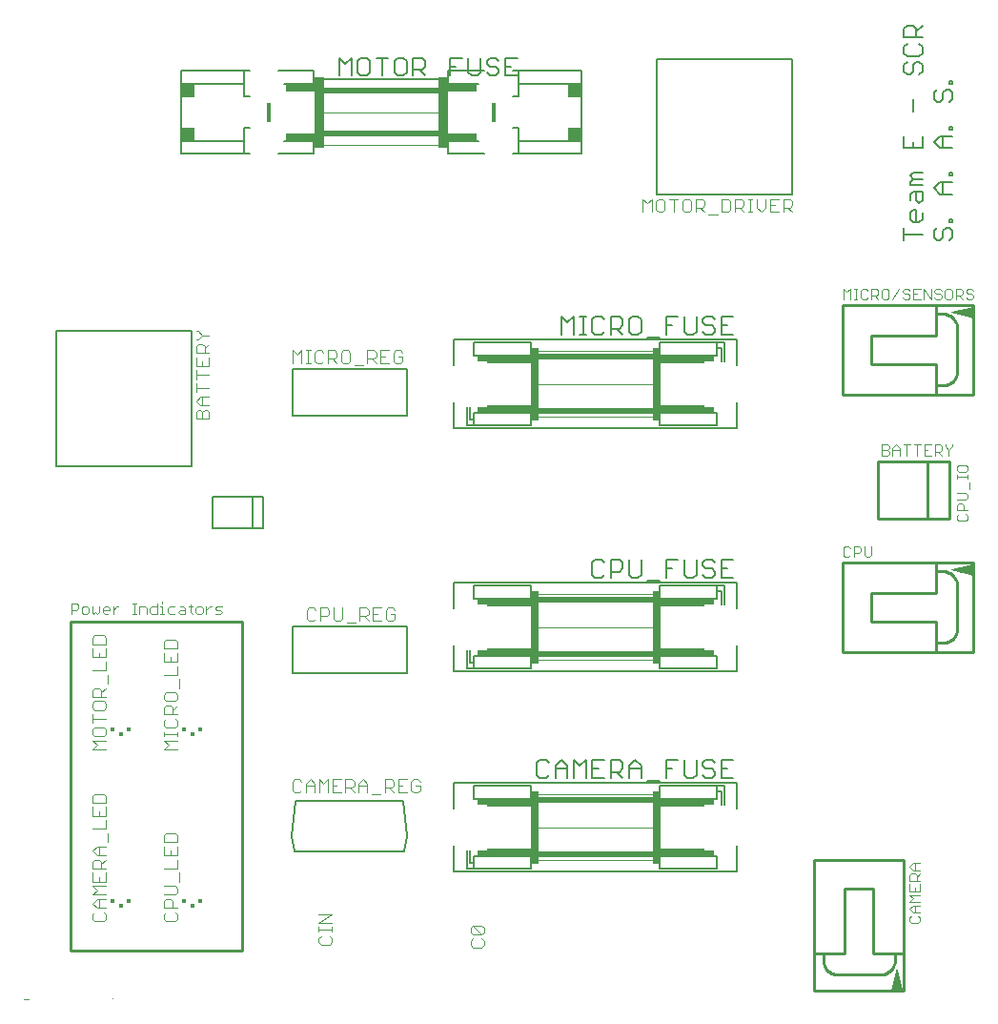
<source format=gto>
G75*
%MOIN*%
%OFA0B0*%
%FSLAX24Y24*%
%IPPOS*%
%LPD*%
%AMOC8*
5,1,8,0,0,1.08239X$1,22.5*
%
%ADD10C,0.0100*%
%ADD11C,0.0030*%
%ADD12R,0.0015X0.0003*%
%ADD13R,0.0013X0.0003*%
%ADD14R,0.0010X0.0003*%
%ADD15C,0.0000*%
%ADD16C,0.0060*%
%ADD17C,0.0040*%
%ADD18C,0.0020*%
%ADD19R,0.0128X0.0167*%
%ADD20R,0.0138X0.0138*%
%ADD21C,0.0050*%
%ADD22C,0.0070*%
%ADD23R,0.0450X0.0450*%
%ADD24R,0.1100X0.0250*%
%ADD25R,0.4000X0.0200*%
%ADD26R,0.0150X0.0700*%
%ADD27R,0.0350X0.2500*%
%ADD28R,0.0250X0.0450*%
%ADD29R,0.0250X0.1600*%
%ADD30R,0.1550X0.0050*%
%ADD31R,0.1900X0.0200*%
D10*
X001938Y002023D02*
X007938Y002023D01*
X007938Y013523D01*
X001938Y013523D01*
X001938Y002023D01*
X027947Y001925D02*
X027947Y000612D01*
X031073Y000612D01*
X031073Y001925D01*
X031073Y005175D01*
X027947Y005175D01*
X027947Y001925D01*
X028260Y001925D01*
X028260Y001675D01*
X028260Y001925D02*
X029010Y001925D01*
X029010Y004175D01*
X030010Y004175D01*
X030010Y001925D01*
X030760Y001925D01*
X030760Y001675D01*
X030760Y001925D02*
X031073Y001925D01*
X030760Y001675D02*
X030758Y001631D01*
X030752Y001588D01*
X030743Y001546D01*
X030730Y001504D01*
X030713Y001464D01*
X030693Y001425D01*
X030670Y001388D01*
X030643Y001354D01*
X030614Y001321D01*
X030581Y001292D01*
X030547Y001265D01*
X030510Y001242D01*
X030471Y001222D01*
X030431Y001205D01*
X030389Y001192D01*
X030347Y001183D01*
X030304Y001177D01*
X030260Y001175D01*
X028760Y001175D01*
X028716Y001177D01*
X028673Y001183D01*
X028631Y001192D01*
X028589Y001205D01*
X028549Y001222D01*
X028510Y001242D01*
X028473Y001265D01*
X028439Y001292D01*
X028406Y001321D01*
X028377Y001354D01*
X028350Y001388D01*
X028327Y001425D01*
X028307Y001464D01*
X028290Y001504D01*
X028277Y001546D01*
X028268Y001588D01*
X028262Y001631D01*
X028260Y001675D01*
X028938Y012460D02*
X032188Y012460D01*
X033500Y012460D01*
X033500Y015585D01*
X032188Y015585D01*
X028938Y015585D01*
X028938Y012460D01*
X029938Y013523D02*
X032188Y013523D01*
X032188Y012773D01*
X032438Y012773D01*
X032188Y012773D02*
X032188Y012460D01*
X032438Y012773D02*
X032482Y012775D01*
X032525Y012781D01*
X032567Y012790D01*
X032609Y012803D01*
X032649Y012820D01*
X032688Y012840D01*
X032725Y012863D01*
X032759Y012890D01*
X032792Y012919D01*
X032821Y012952D01*
X032848Y012986D01*
X032871Y013023D01*
X032891Y013062D01*
X032908Y013102D01*
X032921Y013144D01*
X032930Y013186D01*
X032936Y013229D01*
X032938Y013273D01*
X032938Y014773D01*
X032936Y014817D01*
X032930Y014860D01*
X032921Y014902D01*
X032908Y014944D01*
X032891Y014984D01*
X032871Y015023D01*
X032848Y015060D01*
X032821Y015094D01*
X032792Y015127D01*
X032759Y015156D01*
X032725Y015183D01*
X032688Y015206D01*
X032649Y015226D01*
X032609Y015243D01*
X032567Y015256D01*
X032525Y015265D01*
X032482Y015271D01*
X032438Y015273D01*
X032188Y015273D01*
X032188Y014523D01*
X029938Y014523D01*
X029938Y013523D01*
X032188Y015273D02*
X032188Y015585D01*
X031913Y017103D02*
X031913Y019103D01*
X032663Y019103D01*
X032663Y017103D01*
X031913Y017103D01*
X030163Y017103D01*
X030163Y019103D01*
X031913Y019103D01*
X032188Y021460D02*
X028938Y021460D01*
X028938Y024585D01*
X032188Y024585D01*
X032188Y024273D01*
X032438Y024273D01*
X032188Y024273D02*
X032188Y023523D01*
X029938Y023523D01*
X029938Y022523D01*
X032188Y022523D01*
X032188Y021773D01*
X032438Y021773D01*
X032188Y021773D02*
X032188Y021460D01*
X033500Y021460D01*
X033500Y024585D01*
X032188Y024585D01*
X032438Y024273D02*
X032482Y024271D01*
X032525Y024265D01*
X032567Y024256D01*
X032609Y024243D01*
X032649Y024226D01*
X032688Y024206D01*
X032725Y024183D01*
X032759Y024156D01*
X032792Y024127D01*
X032821Y024094D01*
X032848Y024060D01*
X032871Y024023D01*
X032891Y023984D01*
X032908Y023944D01*
X032921Y023902D01*
X032930Y023860D01*
X032936Y023817D01*
X032938Y023773D01*
X032938Y022273D01*
X032936Y022229D01*
X032930Y022186D01*
X032921Y022144D01*
X032908Y022102D01*
X032891Y022062D01*
X032871Y022023D01*
X032848Y021986D01*
X032821Y021952D01*
X032792Y021919D01*
X032759Y021890D01*
X032725Y021863D01*
X032688Y021840D01*
X032649Y021820D01*
X032609Y021803D01*
X032567Y021790D01*
X032525Y021781D01*
X032482Y021775D01*
X032438Y021773D01*
D11*
X032525Y019698D02*
X032525Y019636D01*
X032648Y019513D01*
X032648Y019328D01*
X032648Y019513D02*
X032772Y019636D01*
X032772Y019698D01*
X032403Y019636D02*
X032403Y019513D01*
X032342Y019451D01*
X032157Y019451D01*
X032280Y019451D02*
X032403Y019328D01*
X032157Y019328D02*
X032157Y019698D01*
X032342Y019698D01*
X032403Y019636D01*
X032035Y019698D02*
X031788Y019698D01*
X031788Y019328D01*
X032035Y019328D01*
X031912Y019513D02*
X031788Y019513D01*
X031667Y019698D02*
X031420Y019698D01*
X031299Y019698D02*
X031052Y019698D01*
X031175Y019698D02*
X031175Y019328D01*
X030930Y019328D02*
X030930Y019574D01*
X030807Y019698D01*
X030683Y019574D01*
X030683Y019328D01*
X030562Y019389D02*
X030500Y019328D01*
X030315Y019328D01*
X030315Y019698D01*
X030500Y019698D01*
X030562Y019636D01*
X030562Y019574D01*
X030500Y019513D01*
X030315Y019513D01*
X030500Y019513D02*
X030562Y019451D01*
X030562Y019389D01*
X030683Y019513D02*
X030930Y019513D01*
X031543Y019328D02*
X031543Y019698D01*
X007233Y014034D02*
X007048Y014034D01*
X006986Y013973D01*
X007048Y013911D01*
X007171Y013911D01*
X007233Y013849D01*
X007171Y013788D01*
X006986Y013788D01*
X006864Y014034D02*
X006803Y014034D01*
X006679Y013911D01*
X006679Y013788D02*
X006679Y014034D01*
X006558Y013973D02*
X006496Y014034D01*
X006373Y014034D01*
X006311Y013973D01*
X006311Y013849D01*
X006373Y013788D01*
X006496Y013788D01*
X006558Y013849D01*
X006558Y013973D01*
X006189Y014034D02*
X006065Y014034D01*
X006127Y014096D02*
X006127Y013849D01*
X006189Y013788D01*
X005944Y013788D02*
X005759Y013788D01*
X005697Y013849D01*
X005759Y013911D01*
X005944Y013911D01*
X005944Y013973D02*
X005944Y013788D01*
X005944Y013973D02*
X005882Y014034D01*
X005759Y014034D01*
X005576Y014034D02*
X005390Y014034D01*
X005329Y013973D01*
X005329Y013849D01*
X005390Y013788D01*
X005576Y013788D01*
X005207Y013788D02*
X005083Y013788D01*
X005145Y013788D02*
X005145Y014034D01*
X005083Y014034D01*
X004962Y014034D02*
X004777Y014034D01*
X004715Y013973D01*
X004715Y013849D01*
X004777Y013788D01*
X004962Y013788D01*
X004962Y014158D01*
X005145Y014158D02*
X005145Y014220D01*
X004593Y013973D02*
X004593Y013788D01*
X004593Y013973D02*
X004532Y014034D01*
X004347Y014034D01*
X004347Y013788D01*
X004224Y013788D02*
X004101Y013788D01*
X004163Y013788D02*
X004163Y014158D01*
X004224Y014158D02*
X004101Y014158D01*
X003611Y014034D02*
X003549Y014034D01*
X003426Y013911D01*
X003304Y013911D02*
X003057Y013911D01*
X003057Y013973D02*
X003119Y014034D01*
X003243Y014034D01*
X003304Y013973D01*
X003304Y013911D01*
X003243Y013788D02*
X003119Y013788D01*
X003057Y013849D01*
X003057Y013973D01*
X002936Y014034D02*
X002936Y013849D01*
X002874Y013788D01*
X002813Y013849D01*
X002751Y013788D01*
X002689Y013849D01*
X002689Y014034D01*
X002568Y013973D02*
X002506Y014034D01*
X002383Y014034D01*
X002321Y013973D01*
X002321Y013849D01*
X002383Y013788D01*
X002506Y013788D01*
X002568Y013849D01*
X002568Y013973D01*
X002199Y013973D02*
X002138Y013911D01*
X001953Y013911D01*
X001953Y013788D02*
X001953Y014158D01*
X002138Y014158D01*
X002199Y014096D01*
X002199Y013973D01*
X003426Y014034D02*
X003426Y013788D01*
D12*
X003424Y000320D03*
X003424Y000318D03*
X003424Y000315D03*
X003424Y000313D03*
D13*
X003423Y000323D03*
D14*
X003424Y000325D03*
D15*
X000303Y000305D02*
X000300Y000300D01*
X000305Y000301D02*
X000305Y000300D01*
X000307Y000300D01*
X000308Y000301D01*
X000308Y000305D01*
X000310Y000303D02*
X000313Y000303D01*
X000314Y000303D02*
X000315Y000303D01*
X000316Y000303D01*
X000317Y000303D01*
X000317Y000302D01*
X000314Y000302D01*
X000314Y000301D02*
X000314Y000303D01*
X000314Y000301D02*
X000315Y000300D01*
X000316Y000300D01*
X000318Y000300D02*
X000318Y000303D01*
X000318Y000302D02*
X000320Y000303D01*
X000321Y000303D01*
X000322Y000303D02*
X000323Y000303D01*
X000326Y000303D01*
X000325Y000302D02*
X000323Y000302D01*
X000322Y000303D01*
X000322Y000300D02*
X000325Y000300D01*
X000326Y000301D01*
X000325Y000302D01*
X000327Y000300D02*
X000330Y000305D01*
X000332Y000303D02*
X000334Y000303D01*
X000335Y000303D01*
X000335Y000300D01*
X000332Y000300D01*
X000331Y000301D01*
X000332Y000302D01*
X000335Y000302D01*
X000336Y000300D02*
X000338Y000300D01*
X000337Y000300D02*
X000337Y000305D01*
X000336Y000305D01*
X000339Y000303D02*
X000340Y000303D01*
X000342Y000303D01*
X000342Y000303D01*
X000342Y000302D01*
X000339Y000302D01*
X000339Y000301D02*
X000339Y000303D01*
X000339Y000301D02*
X000340Y000300D01*
X000342Y000300D01*
X000344Y000300D02*
X000347Y000303D01*
X000344Y000303D02*
X000347Y000300D01*
X000348Y000300D02*
X000352Y000305D01*
X000353Y000305D02*
X000355Y000305D01*
X000356Y000304D01*
X000356Y000301D01*
X000355Y000300D01*
X000353Y000300D01*
X000353Y000305D01*
X000358Y000303D02*
X000358Y000303D01*
X000360Y000303D01*
X000361Y000303D01*
X000361Y000302D01*
X000358Y000302D01*
X000358Y000301D02*
X000358Y000303D01*
X000358Y000301D02*
X000358Y000300D01*
X000360Y000300D01*
X000362Y000300D02*
X000365Y000300D01*
X000365Y000301D01*
X000365Y000302D01*
X000363Y000302D01*
X000362Y000303D01*
X000363Y000303D01*
X000365Y000303D01*
X000367Y000302D02*
X000369Y000303D01*
X000371Y000303D02*
X000372Y000303D01*
X000371Y000304D02*
X000371Y000301D01*
X000372Y000300D01*
X000374Y000301D02*
X000374Y000300D01*
X000376Y000300D01*
X000377Y000301D01*
X000377Y000303D01*
X000376Y000303D01*
X000374Y000303D01*
X000374Y000303D01*
X000374Y000301D01*
X000378Y000300D02*
X000381Y000300D01*
X000382Y000301D01*
X000382Y000303D01*
X000381Y000303D01*
X000378Y000303D01*
X000378Y000298D01*
X000383Y000300D02*
X000386Y000305D01*
X000387Y000305D02*
X000391Y000305D01*
X000389Y000305D02*
X000389Y000300D01*
X000392Y000301D02*
X000392Y000303D01*
X000393Y000303D01*
X000395Y000303D01*
X000395Y000303D01*
X000395Y000302D01*
X000392Y000302D01*
X000392Y000301D02*
X000393Y000300D01*
X000395Y000300D01*
X000397Y000301D02*
X000398Y000302D01*
X000400Y000302D01*
X000400Y000303D02*
X000400Y000300D01*
X000398Y000300D01*
X000397Y000301D01*
X000398Y000303D02*
X000399Y000303D01*
X000400Y000303D01*
X000401Y000303D02*
X000402Y000303D01*
X000403Y000303D01*
X000404Y000303D01*
X000405Y000303D01*
X000405Y000300D01*
X000406Y000300D02*
X000409Y000300D01*
X000410Y000299D02*
X000414Y000299D01*
X000417Y000300D02*
X000417Y000305D01*
X000418Y000305D02*
X000415Y000305D01*
X000421Y000303D02*
X000422Y000303D01*
X000423Y000303D01*
X000423Y000300D01*
X000421Y000300D01*
X000420Y000301D01*
X000421Y000302D01*
X000423Y000302D01*
X000424Y000303D02*
X000425Y000303D01*
X000428Y000303D01*
X000429Y000302D02*
X000431Y000303D01*
X000433Y000303D02*
X000434Y000305D01*
X000434Y000300D01*
X000433Y000300D02*
X000436Y000300D01*
X000437Y000301D02*
X000441Y000304D01*
X000441Y000301D01*
X000440Y000300D01*
X000438Y000300D01*
X000437Y000301D01*
X000437Y000304D01*
X000438Y000305D01*
X000440Y000305D01*
X000441Y000304D01*
X000442Y000300D02*
X000445Y000305D01*
X000447Y000303D02*
X000449Y000303D01*
X000450Y000303D01*
X000450Y000302D01*
X000447Y000302D01*
X000447Y000303D02*
X000447Y000303D01*
X000447Y000301D01*
X000447Y000300D01*
X000449Y000300D01*
X000451Y000300D02*
X000451Y000303D01*
X000452Y000303D01*
X000453Y000303D01*
X000454Y000303D01*
X000454Y000303D01*
X000454Y000300D01*
X000453Y000300D02*
X000453Y000303D01*
X000456Y000303D02*
X000456Y000301D01*
X000457Y000300D01*
X000459Y000300D01*
X000459Y000303D01*
X000460Y000301D02*
X000461Y000301D01*
X000461Y000300D01*
X000460Y000300D01*
X000460Y000301D01*
X000463Y000300D02*
X000465Y000300D01*
X000466Y000301D01*
X000466Y000303D01*
X000465Y000303D01*
X000463Y000303D01*
X000463Y000305D02*
X000463Y000300D01*
X000467Y000300D02*
X000467Y000303D01*
X000468Y000303D01*
X000469Y000303D01*
X000470Y000303D01*
X000471Y000303D01*
X000471Y000300D01*
X000472Y000300D02*
X000474Y000300D01*
X000475Y000301D01*
X000475Y000303D01*
X000474Y000303D01*
X000472Y000303D01*
X000472Y000298D01*
X000469Y000300D02*
X000469Y000303D01*
X000431Y000300D02*
X000429Y000302D01*
X000428Y000301D02*
X000427Y000302D01*
X000425Y000302D01*
X000424Y000303D01*
X000424Y000300D02*
X000427Y000300D01*
X000428Y000301D01*
X000429Y000300D02*
X000429Y000305D01*
X000409Y000305D02*
X000406Y000305D01*
X000406Y000300D01*
X000406Y000303D02*
X000408Y000303D01*
X000403Y000303D02*
X000403Y000300D01*
X000401Y000300D02*
X000401Y000303D01*
X000369Y000300D02*
X000367Y000302D01*
X000367Y000300D02*
X000367Y000305D01*
X000313Y000301D02*
X000312Y000302D01*
X000310Y000302D01*
X000309Y000303D01*
X000310Y000303D01*
X000309Y000300D02*
X000312Y000300D01*
X000313Y000301D01*
X000305Y000305D02*
X000305Y000301D01*
D16*
X015350Y004763D02*
X015350Y005663D01*
X015800Y005513D02*
X015800Y004863D01*
X016050Y004863D01*
X018050Y004863D01*
X018050Y005313D01*
X016050Y005313D01*
X016050Y005063D01*
X015900Y005063D01*
X015900Y005513D01*
X016050Y005063D02*
X016050Y004863D01*
X015350Y004763D02*
X025250Y004763D01*
X025250Y005663D01*
X024550Y005313D02*
X024550Y004863D01*
X022550Y004863D01*
X022550Y005313D01*
X024550Y005313D01*
X025250Y006963D02*
X025250Y007863D01*
X015350Y007863D01*
X015350Y006963D01*
X016050Y007313D02*
X016050Y007763D01*
X018050Y007763D01*
X018050Y007313D01*
X016050Y007313D01*
X015350Y011763D02*
X015350Y012663D01*
X015800Y012513D02*
X015800Y011863D01*
X016050Y011863D01*
X018050Y011863D01*
X018050Y012313D01*
X016050Y012313D01*
X016050Y012063D01*
X015900Y012063D01*
X015900Y012513D01*
X016050Y012063D02*
X016050Y011863D01*
X015350Y011763D02*
X025250Y011763D01*
X025250Y012663D01*
X024550Y012313D02*
X024550Y011863D01*
X022550Y011863D01*
X022550Y012313D01*
X024550Y012313D01*
X025250Y013963D02*
X025250Y014863D01*
X015350Y014863D01*
X015350Y013963D01*
X016050Y014313D02*
X016050Y014763D01*
X018050Y014763D01*
X018050Y014313D01*
X016050Y014313D01*
X015350Y020263D02*
X015350Y021163D01*
X015800Y021013D02*
X015800Y020363D01*
X016050Y020363D01*
X018050Y020363D01*
X018050Y020813D01*
X016050Y020813D01*
X016050Y020563D01*
X015900Y020563D01*
X015900Y021013D01*
X016050Y020563D02*
X016050Y020363D01*
X015350Y020263D02*
X025250Y020263D01*
X025250Y021163D01*
X024550Y020813D02*
X024550Y020363D01*
X022550Y020363D01*
X022550Y020813D01*
X024550Y020813D01*
X025250Y022463D02*
X025250Y023363D01*
X015350Y023363D01*
X015350Y022463D01*
X016050Y022813D02*
X016050Y023263D01*
X018050Y023263D01*
X018050Y022813D01*
X016050Y022813D01*
X022550Y022813D02*
X022550Y023263D01*
X024550Y023263D01*
X024800Y023263D01*
X024800Y022613D01*
X024700Y022613D02*
X024700Y023063D01*
X024550Y023063D01*
X024550Y022813D01*
X022550Y022813D01*
X024550Y023063D02*
X024550Y023263D01*
X031079Y026843D02*
X031079Y027270D01*
X031079Y027056D02*
X031720Y027056D01*
X032129Y026949D02*
X032236Y026843D01*
X032343Y026843D01*
X032450Y026949D01*
X032450Y027163D01*
X032556Y027270D01*
X032663Y027270D01*
X032770Y027163D01*
X032770Y026949D01*
X032663Y026843D01*
X032129Y026949D02*
X032129Y027163D01*
X032236Y027270D01*
X032663Y027487D02*
X032663Y027594D01*
X032770Y027594D01*
X032770Y027487D01*
X032663Y027487D01*
X031720Y027594D02*
X031613Y027487D01*
X031400Y027487D01*
X031293Y027594D01*
X031293Y027807D01*
X031400Y027914D01*
X031506Y027914D01*
X031506Y027487D01*
X031720Y027594D02*
X031720Y027807D01*
X031613Y028132D02*
X031506Y028238D01*
X031506Y028559D01*
X031400Y028559D02*
X031720Y028559D01*
X031720Y028238D01*
X031613Y028132D01*
X031293Y028238D02*
X031293Y028452D01*
X031400Y028559D01*
X031293Y028776D02*
X031293Y028883D01*
X031400Y028990D01*
X031293Y029096D01*
X031400Y029203D01*
X031720Y029203D01*
X031720Y028990D02*
X031400Y028990D01*
X031293Y028776D02*
X031720Y028776D01*
X032129Y028667D02*
X032343Y028881D01*
X032770Y028881D01*
X032770Y029098D02*
X032663Y029098D01*
X032663Y029205D01*
X032770Y029205D01*
X032770Y029098D01*
X032450Y028881D02*
X032450Y028454D01*
X032343Y028454D02*
X032129Y028667D01*
X032343Y028454D02*
X032770Y028454D01*
X032770Y030065D02*
X032343Y030065D01*
X032129Y030279D01*
X032343Y030492D01*
X032770Y030492D01*
X032770Y030710D02*
X032663Y030710D01*
X032663Y030817D01*
X032770Y030817D01*
X032770Y030710D01*
X032450Y030492D02*
X032450Y030065D01*
X031720Y030065D02*
X031720Y030492D01*
X031400Y030279D02*
X031400Y030065D01*
X031720Y030065D02*
X031079Y030065D01*
X031079Y030492D01*
X031400Y031354D02*
X031400Y031781D01*
X032129Y031783D02*
X032236Y031677D01*
X032343Y031677D01*
X032450Y031783D01*
X032450Y031997D01*
X032556Y032104D01*
X032663Y032104D01*
X032770Y031997D01*
X032770Y031783D01*
X032663Y031677D01*
X032129Y031783D02*
X032129Y031997D01*
X032236Y032104D01*
X032663Y032321D02*
X032663Y032428D01*
X032770Y032428D01*
X032770Y032321D01*
X032663Y032321D01*
X031720Y032750D02*
X031613Y032643D01*
X031720Y032750D02*
X031720Y032964D01*
X031613Y033070D01*
X031506Y033070D01*
X031400Y032964D01*
X031400Y032750D01*
X031293Y032643D01*
X031186Y032643D01*
X031079Y032750D01*
X031079Y032964D01*
X031186Y033070D01*
X031186Y033288D02*
X031613Y033288D01*
X031720Y033395D01*
X031720Y033608D01*
X031613Y033715D01*
X031506Y033933D02*
X031506Y034253D01*
X031400Y034360D01*
X031186Y034360D01*
X031079Y034253D01*
X031079Y033933D01*
X031720Y033933D01*
X031506Y034146D02*
X031720Y034360D01*
X031186Y033715D02*
X031079Y033608D01*
X031079Y033395D01*
X031186Y033288D01*
X019800Y032763D02*
X019800Y032313D01*
X019800Y030313D01*
X019800Y029863D01*
X017600Y029863D01*
X017400Y029863D01*
X017600Y029863D02*
X017600Y030763D01*
X017400Y030763D01*
X017600Y030313D02*
X019800Y030313D01*
X019800Y032313D02*
X017600Y032313D01*
X017600Y031863D02*
X017600Y032763D01*
X017400Y032763D01*
X017600Y032763D02*
X019800Y032763D01*
X017600Y031863D02*
X017400Y031863D01*
X016200Y032313D02*
X015150Y032313D01*
X015150Y032763D01*
X016400Y032763D01*
X014800Y032463D02*
X010800Y032463D01*
X010450Y032313D02*
X009400Y032313D01*
X009200Y032763D02*
X010450Y032763D01*
X010450Y032313D01*
X010450Y030313D02*
X009400Y030313D01*
X009200Y029863D02*
X010450Y029863D01*
X010450Y030313D01*
X008200Y030763D02*
X008000Y030763D01*
X008000Y029863D01*
X008200Y029863D01*
X008000Y029863D02*
X005800Y029863D01*
X005800Y030313D01*
X005800Y032313D01*
X005800Y032763D01*
X008000Y032763D01*
X008200Y032763D01*
X008000Y032763D02*
X008000Y031863D01*
X008200Y031863D01*
X008000Y032313D02*
X005800Y032313D01*
X005800Y030313D02*
X008000Y030313D01*
X015150Y030313D02*
X015150Y029863D01*
X016400Y029863D01*
X016200Y030313D02*
X015150Y030313D01*
X022550Y014763D02*
X022550Y014313D01*
X024550Y014313D01*
X024550Y014563D01*
X024700Y014563D01*
X024700Y014113D01*
X024800Y014113D02*
X024800Y014763D01*
X024550Y014763D01*
X022550Y014763D01*
X024550Y014763D02*
X024550Y014563D01*
X024550Y007763D02*
X022550Y007763D01*
X022550Y007313D01*
X024550Y007313D01*
X024550Y007563D01*
X024700Y007563D01*
X024700Y007113D01*
X024800Y007113D02*
X024800Y007763D01*
X024550Y007763D01*
X024550Y007563D01*
D17*
X031280Y004947D02*
X031400Y005067D01*
X031640Y005067D01*
X031460Y005067D02*
X031460Y004827D01*
X031400Y004827D02*
X031280Y004947D01*
X031400Y004827D02*
X031640Y004827D01*
X031640Y004699D02*
X031520Y004578D01*
X031520Y004639D02*
X031520Y004458D01*
X031640Y004458D02*
X031280Y004458D01*
X031280Y004639D01*
X031340Y004699D01*
X031460Y004699D01*
X031520Y004639D01*
X031640Y004330D02*
X031640Y004090D01*
X031280Y004090D01*
X031280Y004330D01*
X031460Y004210D02*
X031460Y004090D01*
X031280Y003962D02*
X031640Y003962D01*
X031640Y003722D02*
X031280Y003722D01*
X031400Y003842D01*
X031280Y003962D01*
X031400Y003594D02*
X031280Y003474D01*
X031400Y003353D01*
X031640Y003353D01*
X031580Y003225D02*
X031640Y003165D01*
X031640Y003045D01*
X031580Y002985D01*
X031340Y002985D01*
X031280Y003045D01*
X031280Y003165D01*
X031340Y003225D01*
X031460Y003353D02*
X031460Y003594D01*
X031400Y003594D02*
X031640Y003594D01*
X029874Y015793D02*
X029934Y015853D01*
X029934Y016153D01*
X029694Y016153D02*
X029694Y015853D01*
X029754Y015793D01*
X029874Y015793D01*
X029566Y015973D02*
X029506Y015913D01*
X029326Y015913D01*
X029326Y015793D02*
X029326Y016153D01*
X029506Y016153D01*
X029566Y016093D01*
X029566Y015973D01*
X029198Y016093D02*
X029138Y016153D01*
X029018Y016153D01*
X028958Y016093D01*
X028958Y015853D01*
X029018Y015793D01*
X029138Y015793D01*
X029198Y015853D01*
X032932Y017095D02*
X032992Y017035D01*
X033232Y017035D01*
X033293Y017095D01*
X033293Y017216D01*
X033232Y017276D01*
X033172Y017404D02*
X033172Y017584D01*
X033112Y017644D01*
X032992Y017644D01*
X032932Y017584D01*
X032932Y017404D01*
X033293Y017404D01*
X032992Y017276D02*
X032932Y017216D01*
X032932Y017095D01*
X032932Y017772D02*
X033232Y017772D01*
X033293Y017832D01*
X033293Y017952D01*
X033232Y018012D01*
X032932Y018012D01*
X033353Y018140D02*
X033353Y018381D01*
X033293Y018509D02*
X033293Y018629D01*
X033293Y018569D02*
X032932Y018569D01*
X032932Y018509D02*
X032932Y018629D01*
X032992Y018754D02*
X033232Y018754D01*
X033293Y018814D01*
X033293Y018934D01*
X033232Y018994D01*
X032992Y018994D01*
X032932Y018934D01*
X032932Y018814D01*
X032992Y018754D01*
X032886Y024793D02*
X032886Y025153D01*
X033066Y025153D01*
X033126Y025093D01*
X033126Y024973D01*
X033066Y024913D01*
X032886Y024913D01*
X033006Y024913D02*
X033126Y024793D01*
X033255Y024853D02*
X033315Y024793D01*
X033435Y024793D01*
X033495Y024853D01*
X033495Y024913D01*
X033435Y024973D01*
X033315Y024973D01*
X033255Y025033D01*
X033255Y025093D01*
X033315Y025153D01*
X033435Y025153D01*
X033495Y025093D01*
X032758Y025093D02*
X032698Y025153D01*
X032578Y025153D01*
X032518Y025093D01*
X032518Y024853D01*
X032578Y024793D01*
X032698Y024793D01*
X032758Y024853D01*
X032758Y025093D01*
X032390Y025093D02*
X032330Y025153D01*
X032210Y025153D01*
X032150Y025093D01*
X032150Y025033D01*
X032210Y024973D01*
X032330Y024973D01*
X032390Y024913D01*
X032390Y024853D01*
X032330Y024793D01*
X032210Y024793D01*
X032150Y024853D01*
X032021Y024793D02*
X032021Y025153D01*
X031781Y025153D02*
X031781Y024793D01*
X031653Y024793D02*
X031413Y024793D01*
X031413Y025153D01*
X031653Y025153D01*
X031781Y025153D02*
X032021Y024793D01*
X031533Y024973D02*
X031413Y024973D01*
X031285Y024913D02*
X031285Y024853D01*
X031225Y024793D01*
X031105Y024793D01*
X031045Y024853D01*
X031105Y024973D02*
X031225Y024973D01*
X031285Y024913D01*
X031285Y025093D02*
X031225Y025153D01*
X031105Y025153D01*
X031045Y025093D01*
X031045Y025033D01*
X031105Y024973D01*
X030917Y025153D02*
X030676Y024793D01*
X030548Y024853D02*
X030548Y025093D01*
X030488Y025153D01*
X030368Y025153D01*
X030308Y025093D01*
X030308Y024853D01*
X030368Y024793D01*
X030488Y024793D01*
X030548Y024853D01*
X030180Y024793D02*
X030060Y024913D01*
X030120Y024913D02*
X029940Y024913D01*
X029940Y024793D02*
X029940Y025153D01*
X030120Y025153D01*
X030180Y025093D01*
X030180Y024973D01*
X030120Y024913D01*
X029812Y024853D02*
X029752Y024793D01*
X029631Y024793D01*
X029571Y024853D01*
X029571Y025093D01*
X029631Y025153D01*
X029752Y025153D01*
X029812Y025093D01*
X029446Y025153D02*
X029326Y025153D01*
X029386Y025153D02*
X029386Y024793D01*
X029326Y024793D02*
X029446Y024793D01*
X029198Y024793D02*
X029198Y025153D01*
X029078Y025033D01*
X028958Y025153D01*
X028958Y024793D01*
X027167Y027833D02*
X027013Y027986D01*
X027090Y027986D02*
X026860Y027986D01*
X026860Y027833D02*
X026860Y028293D01*
X027090Y028293D01*
X027167Y028216D01*
X027167Y028063D01*
X027090Y027986D01*
X026706Y027833D02*
X026399Y027833D01*
X026399Y028293D01*
X026706Y028293D01*
X026553Y028063D02*
X026399Y028063D01*
X026246Y027986D02*
X026246Y028293D01*
X026246Y027986D02*
X026092Y027833D01*
X025939Y027986D01*
X025939Y028293D01*
X025785Y028293D02*
X025632Y028293D01*
X025709Y028293D02*
X025709Y027833D01*
X025785Y027833D02*
X025632Y027833D01*
X025478Y027833D02*
X025325Y027986D01*
X025402Y027986D02*
X025171Y027986D01*
X025171Y027833D02*
X025171Y028293D01*
X025402Y028293D01*
X025478Y028216D01*
X025478Y028063D01*
X025402Y027986D01*
X025018Y027909D02*
X024941Y027833D01*
X024711Y027833D01*
X024711Y028293D01*
X024941Y028293D01*
X025018Y028216D01*
X025018Y027909D01*
X024558Y027756D02*
X024251Y027756D01*
X024097Y027833D02*
X023944Y027986D01*
X024021Y027986D02*
X023790Y027986D01*
X023790Y027833D02*
X023790Y028293D01*
X024021Y028293D01*
X024097Y028216D01*
X024097Y028063D01*
X024021Y027986D01*
X023637Y027909D02*
X023560Y027833D01*
X023407Y027833D01*
X023330Y027909D01*
X023330Y028216D01*
X023407Y028293D01*
X023560Y028293D01*
X023637Y028216D01*
X023637Y027909D01*
X023176Y028293D02*
X022870Y028293D01*
X023023Y028293D02*
X023023Y027833D01*
X022716Y027909D02*
X022716Y028216D01*
X022639Y028293D01*
X022486Y028293D01*
X022409Y028216D01*
X022409Y027909D01*
X022486Y027833D01*
X022639Y027833D01*
X022716Y027909D01*
X022256Y027833D02*
X022256Y028293D01*
X022102Y028139D01*
X021949Y028293D01*
X021949Y027833D01*
X013544Y022926D02*
X013467Y023003D01*
X013314Y023003D01*
X013237Y022926D01*
X013237Y022619D01*
X013314Y022543D01*
X013467Y022543D01*
X013544Y022619D01*
X013544Y022773D01*
X013391Y022773D01*
X013084Y023003D02*
X012777Y023003D01*
X012777Y022543D01*
X013084Y022543D01*
X012930Y022773D02*
X012777Y022773D01*
X012623Y022773D02*
X012547Y022696D01*
X012316Y022696D01*
X012316Y022543D02*
X012316Y023003D01*
X012547Y023003D01*
X012623Y022926D01*
X012623Y022773D01*
X012470Y022696D02*
X012623Y022543D01*
X012163Y022466D02*
X011856Y022466D01*
X011703Y022619D02*
X011703Y022926D01*
X011626Y023003D01*
X011472Y023003D01*
X011396Y022926D01*
X011396Y022619D01*
X011472Y022543D01*
X011626Y022543D01*
X011703Y022619D01*
X011242Y022543D02*
X011089Y022696D01*
X011165Y022696D02*
X010935Y022696D01*
X010935Y022543D02*
X010935Y023003D01*
X011165Y023003D01*
X011242Y022926D01*
X011242Y022773D01*
X011165Y022696D01*
X010782Y022619D02*
X010705Y022543D01*
X010552Y022543D01*
X010475Y022619D01*
X010475Y022926D01*
X010552Y023003D01*
X010705Y023003D01*
X010782Y022926D01*
X010321Y023003D02*
X010168Y023003D01*
X010245Y023003D02*
X010245Y022543D01*
X010321Y022543D02*
X010168Y022543D01*
X010014Y022543D02*
X010014Y023003D01*
X009861Y022849D01*
X009708Y023003D01*
X009708Y022543D01*
X006780Y022451D02*
X006780Y022758D01*
X006780Y022912D02*
X006320Y022912D01*
X006320Y023142D01*
X006396Y023219D01*
X006550Y023219D01*
X006627Y023142D01*
X006627Y022912D01*
X006627Y023065D02*
X006780Y023219D01*
X006780Y023526D02*
X006550Y023526D01*
X006396Y023679D01*
X006320Y023679D01*
X006550Y023526D02*
X006396Y023372D01*
X006320Y023372D01*
X006320Y022758D02*
X006320Y022451D01*
X006780Y022451D01*
X006550Y022451D02*
X006550Y022605D01*
X006320Y022298D02*
X006320Y021991D01*
X006320Y022144D02*
X006780Y022144D01*
X006780Y021684D02*
X006320Y021684D01*
X006320Y021531D02*
X006320Y021837D01*
X006473Y021377D02*
X006780Y021377D01*
X006550Y021377D02*
X006550Y021070D01*
X006473Y021070D02*
X006780Y021070D01*
X006703Y020917D02*
X006780Y020840D01*
X006780Y020610D01*
X006320Y020610D01*
X006320Y020840D01*
X006396Y020917D01*
X006473Y020917D01*
X006550Y020840D01*
X006550Y020610D01*
X006550Y020840D02*
X006627Y020917D01*
X006703Y020917D01*
X006473Y021070D02*
X006320Y021224D01*
X006473Y021377D01*
X010284Y014003D02*
X010208Y013926D01*
X010208Y013619D01*
X010284Y013543D01*
X010438Y013543D01*
X010514Y013619D01*
X010668Y013543D02*
X010668Y014003D01*
X010898Y014003D01*
X010975Y013926D01*
X010975Y013773D01*
X010898Y013696D01*
X010668Y013696D01*
X010514Y013926D02*
X010438Y014003D01*
X010284Y014003D01*
X011128Y014003D02*
X011128Y013619D01*
X011205Y013543D01*
X011358Y013543D01*
X011435Y013619D01*
X011435Y014003D01*
X011589Y013466D02*
X011896Y013466D01*
X012049Y013543D02*
X012049Y014003D01*
X012279Y014003D01*
X012356Y013926D01*
X012356Y013773D01*
X012279Y013696D01*
X012049Y013696D01*
X012203Y013696D02*
X012356Y013543D01*
X012509Y013543D02*
X012509Y014003D01*
X012816Y014003D01*
X012970Y013926D02*
X012970Y013619D01*
X013047Y013543D01*
X013200Y013543D01*
X013277Y013619D01*
X013277Y013773D01*
X013123Y013773D01*
X012970Y013926D02*
X013047Y014003D01*
X013200Y014003D01*
X013277Y013926D01*
X012816Y013543D02*
X012509Y013543D01*
X012509Y013773D02*
X012663Y013773D01*
X012930Y008003D02*
X013160Y008003D01*
X013237Y007926D01*
X013237Y007773D01*
X013160Y007696D01*
X012930Y007696D01*
X012930Y007543D02*
X012930Y008003D01*
X013084Y007696D02*
X013237Y007543D01*
X013391Y007543D02*
X013698Y007543D01*
X013851Y007619D02*
X013928Y007543D01*
X014081Y007543D01*
X014158Y007619D01*
X014158Y007773D01*
X014004Y007773D01*
X013851Y007926D02*
X013851Y007619D01*
X013851Y007926D02*
X013928Y008003D01*
X014081Y008003D01*
X014158Y007926D01*
X013698Y008003D02*
X013391Y008003D01*
X013391Y007543D01*
X013391Y007773D02*
X013544Y007773D01*
X012777Y007466D02*
X012470Y007466D01*
X012316Y007543D02*
X012316Y007849D01*
X012163Y008003D01*
X012009Y007849D01*
X012009Y007543D01*
X011856Y007543D02*
X011703Y007696D01*
X011779Y007696D02*
X011549Y007696D01*
X011549Y007543D02*
X011549Y008003D01*
X011779Y008003D01*
X011856Y007926D01*
X011856Y007773D01*
X011779Y007696D01*
X012009Y007773D02*
X012316Y007773D01*
X011396Y008003D02*
X011089Y008003D01*
X011089Y007543D01*
X011396Y007543D01*
X011242Y007773D02*
X011089Y007773D01*
X010935Y008003D02*
X010935Y007543D01*
X010628Y007543D02*
X010628Y008003D01*
X010782Y007849D01*
X010935Y008003D01*
X010475Y007849D02*
X010475Y007543D01*
X010475Y007773D02*
X010168Y007773D01*
X010168Y007849D02*
X010321Y008003D01*
X010475Y007849D01*
X010168Y007849D02*
X010168Y007543D01*
X010014Y007619D02*
X009938Y007543D01*
X009784Y007543D01*
X009708Y007619D01*
X009708Y007926D01*
X009784Y008003D01*
X009938Y008003D01*
X010014Y007926D01*
X005668Y009043D02*
X005207Y009043D01*
X005361Y009196D01*
X005207Y009349D01*
X005668Y009349D01*
X005668Y009503D02*
X005668Y009656D01*
X005668Y009580D02*
X005207Y009580D01*
X005207Y009656D02*
X005207Y009503D01*
X005284Y009810D02*
X005591Y009810D01*
X005668Y009887D01*
X005668Y010040D01*
X005591Y010117D01*
X005668Y010270D02*
X005207Y010270D01*
X005207Y010500D01*
X005284Y010577D01*
X005437Y010577D01*
X005514Y010500D01*
X005514Y010270D01*
X005514Y010424D02*
X005668Y010577D01*
X005591Y010731D02*
X005284Y010731D01*
X005207Y010807D01*
X005207Y010961D01*
X005284Y011038D01*
X005591Y011038D01*
X005668Y010961D01*
X005668Y010807D01*
X005591Y010731D01*
X005744Y011191D02*
X005744Y011498D01*
X005668Y011651D02*
X005668Y011958D01*
X005668Y012112D02*
X005207Y012112D01*
X005207Y012419D01*
X005207Y012572D02*
X005207Y012802D01*
X005284Y012879D01*
X005591Y012879D01*
X005668Y012802D01*
X005668Y012572D01*
X005207Y012572D01*
X005437Y012265D02*
X005437Y012112D01*
X005668Y012112D02*
X005668Y012419D01*
X005668Y011651D02*
X005207Y011651D01*
X005284Y010117D02*
X005207Y010040D01*
X005207Y009887D01*
X005284Y009810D01*
X003168Y009733D02*
X003168Y009580D01*
X003091Y009503D01*
X002784Y009503D01*
X002707Y009580D01*
X002707Y009733D01*
X002784Y009810D01*
X003091Y009810D01*
X003168Y009733D01*
X003168Y009349D02*
X002707Y009349D01*
X002861Y009196D01*
X002707Y009043D01*
X003168Y009043D01*
X002707Y009963D02*
X002707Y010270D01*
X002707Y010117D02*
X003168Y010117D01*
X003091Y010424D02*
X003168Y010500D01*
X003168Y010654D01*
X003091Y010731D01*
X002784Y010731D01*
X002707Y010654D01*
X002707Y010500D01*
X002784Y010424D01*
X003091Y010424D01*
X003168Y010884D02*
X002707Y010884D01*
X002707Y011114D01*
X002784Y011191D01*
X002937Y011191D01*
X003014Y011114D01*
X003014Y010884D01*
X003014Y011038D02*
X003168Y011191D01*
X003244Y011344D02*
X003244Y011651D01*
X003168Y011805D02*
X003168Y012112D01*
X003168Y012265D02*
X003168Y012572D01*
X003168Y012726D02*
X003168Y012956D01*
X003091Y013033D01*
X002784Y013033D01*
X002707Y012956D01*
X002707Y012726D01*
X003168Y012726D01*
X002937Y012419D02*
X002937Y012265D01*
X002707Y012265D02*
X002707Y012572D01*
X002707Y012265D02*
X003168Y012265D01*
X003168Y011805D02*
X002707Y011805D01*
X002784Y007493D02*
X002707Y007416D01*
X002707Y007186D01*
X003168Y007186D01*
X003168Y007416D01*
X003091Y007493D01*
X002784Y007493D01*
X002707Y007033D02*
X002707Y006726D01*
X003168Y006726D01*
X003168Y007033D01*
X002937Y006879D02*
X002937Y006726D01*
X003168Y006572D02*
X003168Y006265D01*
X002707Y006265D01*
X003244Y006112D02*
X003244Y005805D01*
X003168Y005651D02*
X002861Y005651D01*
X002707Y005498D01*
X002861Y005344D01*
X003168Y005344D01*
X003168Y005191D02*
X003014Y005038D01*
X003014Y005114D02*
X003014Y004884D01*
X003168Y004884D02*
X002707Y004884D01*
X002707Y005114D01*
X002784Y005191D01*
X002937Y005191D01*
X003014Y005114D01*
X002937Y005344D02*
X002937Y005651D01*
X002707Y004731D02*
X002707Y004424D01*
X003168Y004424D01*
X003168Y004731D01*
X002937Y004577D02*
X002937Y004424D01*
X002707Y004270D02*
X002861Y004117D01*
X002707Y003963D01*
X003168Y003963D01*
X003168Y003810D02*
X002861Y003810D01*
X002707Y003656D01*
X002861Y003503D01*
X003168Y003503D01*
X003091Y003349D02*
X003168Y003273D01*
X003168Y003119D01*
X003091Y003043D01*
X002784Y003043D01*
X002707Y003119D01*
X002707Y003273D01*
X002784Y003349D01*
X002937Y003503D02*
X002937Y003810D01*
X002707Y004270D02*
X003168Y004270D01*
X005207Y004270D02*
X005591Y004270D01*
X005668Y004193D01*
X005668Y004040D01*
X005591Y003963D01*
X005207Y003963D01*
X005284Y003810D02*
X005437Y003810D01*
X005514Y003733D01*
X005514Y003503D01*
X005668Y003503D02*
X005207Y003503D01*
X005207Y003733D01*
X005284Y003810D01*
X005744Y004424D02*
X005744Y004731D01*
X005668Y004884D02*
X005207Y004884D01*
X005207Y005344D02*
X005668Y005344D01*
X005668Y005651D01*
X005668Y005805D02*
X005668Y006035D01*
X005591Y006112D01*
X005284Y006112D01*
X005207Y006035D01*
X005207Y005805D01*
X005668Y005805D01*
X005437Y005498D02*
X005437Y005344D01*
X005207Y005344D02*
X005207Y005651D01*
X005668Y005191D02*
X005668Y004884D01*
X005591Y003349D02*
X005668Y003273D01*
X005668Y003119D01*
X005591Y003043D01*
X005284Y003043D01*
X005207Y003119D01*
X005207Y003273D01*
X005284Y003349D01*
X010610Y003294D02*
X011070Y003294D01*
X010610Y002987D01*
X011070Y002987D01*
X011070Y002834D02*
X011070Y002680D01*
X011070Y002757D02*
X010610Y002757D01*
X010610Y002680D02*
X010610Y002834D01*
X010686Y002527D02*
X010610Y002450D01*
X010610Y002297D01*
X010686Y002220D01*
X010993Y002220D01*
X011070Y002297D01*
X011070Y002450D01*
X010993Y002527D01*
X015932Y002660D02*
X015932Y002813D01*
X016009Y002890D01*
X016316Y002583D01*
X016393Y002660D01*
X016393Y002813D01*
X016316Y002890D01*
X016009Y002890D01*
X015932Y002660D02*
X016009Y002583D01*
X016316Y002583D01*
X016316Y002429D02*
X016393Y002353D01*
X016393Y002199D01*
X016316Y002123D01*
X016009Y002123D01*
X015932Y002199D01*
X015932Y002353D01*
X016009Y002429D01*
D18*
X018300Y005163D02*
X022300Y005163D01*
X022350Y006313D02*
X018250Y006313D01*
X018300Y007463D02*
X022300Y007463D01*
X022300Y012163D02*
X018300Y012163D01*
X018250Y013313D02*
X022350Y013313D01*
X022300Y014463D02*
X018300Y014463D01*
X018300Y020663D02*
X022300Y020663D01*
X022350Y021813D02*
X018250Y021813D01*
X018300Y022963D02*
X022300Y022963D01*
X014800Y030163D02*
X010800Y030163D01*
X010800Y031313D02*
X014800Y031313D01*
X032750Y024335D02*
X033500Y024148D01*
X033500Y024523D01*
X032750Y024335D01*
X032787Y024326D02*
X033500Y024326D01*
X033500Y024344D02*
X032787Y024344D01*
X032861Y024363D02*
X033500Y024363D01*
X033500Y024381D02*
X032935Y024381D01*
X033009Y024400D02*
X033500Y024400D01*
X033500Y024418D02*
X033083Y024418D01*
X033157Y024437D02*
X033500Y024437D01*
X033500Y024455D02*
X033231Y024455D01*
X033305Y024474D02*
X033500Y024474D01*
X033500Y024492D02*
X033379Y024492D01*
X033453Y024511D02*
X033500Y024511D01*
X033500Y024307D02*
X032861Y024307D01*
X032935Y024289D02*
X033500Y024289D01*
X033500Y024270D02*
X033009Y024270D01*
X033083Y024252D02*
X033500Y024252D01*
X033500Y024233D02*
X033157Y024233D01*
X033231Y024215D02*
X033500Y024215D01*
X033500Y024196D02*
X033305Y024196D01*
X033379Y024178D02*
X033500Y024178D01*
X033500Y024159D02*
X033453Y024159D01*
X033500Y015523D02*
X033500Y015148D01*
X032750Y015335D01*
X033500Y015523D01*
X033500Y015520D02*
X033489Y015520D01*
X033500Y015501D02*
X033415Y015501D01*
X033341Y015483D02*
X033500Y015483D01*
X033500Y015464D02*
X033267Y015464D01*
X033193Y015446D02*
X033500Y015446D01*
X033500Y015427D02*
X033119Y015427D01*
X033045Y015409D02*
X033500Y015409D01*
X033500Y015390D02*
X032971Y015390D01*
X032897Y015372D02*
X033500Y015372D01*
X033500Y015353D02*
X032823Y015353D01*
X032825Y015316D02*
X033500Y015316D01*
X033500Y015298D02*
X032899Y015298D01*
X032973Y015279D02*
X033500Y015279D01*
X033500Y015261D02*
X033047Y015261D01*
X033121Y015242D02*
X033500Y015242D01*
X033500Y015224D02*
X033195Y015224D01*
X033269Y015205D02*
X033500Y015205D01*
X033500Y015187D02*
X033343Y015187D01*
X033417Y015168D02*
X033500Y015168D01*
X033500Y015150D02*
X033491Y015150D01*
X033500Y015335D02*
X032751Y015335D01*
X030823Y001362D02*
X030635Y000612D01*
X031010Y000612D01*
X030823Y001362D01*
X030819Y001349D02*
X030826Y001349D01*
X030831Y001330D02*
X030814Y001330D01*
X030810Y001312D02*
X030835Y001312D01*
X030840Y001293D02*
X030805Y001293D01*
X030801Y001275D02*
X030845Y001275D01*
X030849Y001256D02*
X030796Y001256D01*
X030791Y001238D02*
X030854Y001238D01*
X030858Y001219D02*
X030787Y001219D01*
X030782Y001201D02*
X030863Y001201D01*
X030868Y001182D02*
X030777Y001182D01*
X030773Y001164D02*
X030872Y001164D01*
X030877Y001145D02*
X030768Y001145D01*
X030764Y001127D02*
X030881Y001127D01*
X030886Y001108D02*
X030759Y001108D01*
X030754Y001090D02*
X030891Y001090D01*
X030895Y001071D02*
X030750Y001071D01*
X030745Y001053D02*
X030900Y001053D01*
X030905Y001034D02*
X030740Y001034D01*
X030736Y001016D02*
X030909Y001016D01*
X030914Y000997D02*
X030731Y000997D01*
X030727Y000979D02*
X030918Y000979D01*
X030923Y000960D02*
X030722Y000960D01*
X030717Y000942D02*
X030928Y000942D01*
X030932Y000923D02*
X030713Y000923D01*
X030708Y000905D02*
X030937Y000905D01*
X030942Y000886D02*
X030703Y000886D01*
X030699Y000868D02*
X030946Y000868D01*
X030951Y000849D02*
X030694Y000849D01*
X030690Y000831D02*
X030955Y000831D01*
X030960Y000812D02*
X030685Y000812D01*
X030680Y000794D02*
X030965Y000794D01*
X030969Y000775D02*
X030676Y000775D01*
X030671Y000757D02*
X030974Y000757D01*
X030979Y000738D02*
X030666Y000738D01*
X030662Y000720D02*
X030983Y000720D01*
X030988Y000701D02*
X030657Y000701D01*
X030653Y000683D02*
X030992Y000683D01*
X030997Y000664D02*
X030648Y000664D01*
X030643Y000646D02*
X031002Y000646D01*
X031006Y000627D02*
X030639Y000627D01*
D19*
X006458Y003744D03*
X005917Y003744D03*
X003958Y003744D03*
X003417Y003744D03*
X003417Y009744D03*
X003958Y009744D03*
X005917Y009744D03*
X006458Y009744D03*
D20*
X006188Y009591D03*
X003688Y009591D03*
X003688Y003591D03*
X006188Y003591D03*
D21*
X009758Y005471D02*
X009680Y006023D01*
X009794Y007243D01*
X013581Y007243D01*
X013695Y006023D01*
X013617Y005471D01*
X009758Y005471D01*
X009688Y011698D02*
X009688Y013348D01*
X013688Y013348D01*
X013688Y011698D01*
X009688Y011698D01*
X008685Y016763D02*
X006915Y016763D01*
X006915Y017863D01*
X008680Y017863D01*
X008680Y017853D01*
X008685Y017863D02*
X008685Y016763D01*
X008300Y016763D02*
X008300Y017863D01*
X006162Y018950D02*
X006162Y023675D01*
X001438Y023675D01*
X001438Y018950D01*
X006162Y018950D01*
X009688Y020698D02*
X009688Y022348D01*
X013688Y022348D01*
X013688Y020698D01*
X009688Y020698D01*
X022438Y028450D02*
X027162Y028450D01*
X027162Y033175D01*
X022438Y033175D01*
X022438Y028450D01*
D22*
X022757Y024178D02*
X023177Y024178D01*
X023401Y024178D02*
X023401Y023653D01*
X023506Y023548D01*
X023717Y023548D01*
X023822Y023653D01*
X023822Y024178D01*
X024046Y024073D02*
X024046Y023968D01*
X024151Y023863D01*
X024361Y023863D01*
X024466Y023758D01*
X024466Y023653D01*
X024361Y023548D01*
X024151Y023548D01*
X024046Y023653D01*
X024046Y024073D02*
X024151Y024178D01*
X024361Y024178D01*
X024466Y024073D01*
X024690Y024178D02*
X024690Y023548D01*
X025111Y023548D01*
X024901Y023863D02*
X024690Y023863D01*
X024690Y024178D02*
X025111Y024178D01*
X022967Y023863D02*
X022757Y023863D01*
X022757Y023548D02*
X022757Y024178D01*
X022533Y023442D02*
X022112Y023442D01*
X021888Y023653D02*
X021888Y024073D01*
X021783Y024178D01*
X021573Y024178D01*
X021468Y024073D01*
X021468Y023653D01*
X021573Y023548D01*
X021783Y023548D01*
X021888Y023653D01*
X021244Y023548D02*
X021033Y023758D01*
X021138Y023758D02*
X020823Y023758D01*
X020823Y023548D02*
X020823Y024178D01*
X021138Y024178D01*
X021244Y024073D01*
X021244Y023863D01*
X021138Y023758D01*
X020599Y023653D02*
X020494Y023548D01*
X020284Y023548D01*
X020179Y023653D01*
X020179Y024073D01*
X020284Y024178D01*
X020494Y024178D01*
X020599Y024073D01*
X019959Y024178D02*
X019749Y024178D01*
X019854Y024178D02*
X019854Y023548D01*
X019749Y023548D02*
X019959Y023548D01*
X019525Y023548D02*
X019525Y024178D01*
X019315Y023968D01*
X019104Y024178D01*
X019104Y023548D01*
X020284Y015678D02*
X020179Y015573D01*
X020179Y015153D01*
X020284Y015048D01*
X020494Y015048D01*
X020599Y015153D01*
X020823Y015258D02*
X021138Y015258D01*
X021244Y015363D01*
X021244Y015573D01*
X021138Y015678D01*
X020823Y015678D01*
X020823Y015048D01*
X020599Y015573D02*
X020494Y015678D01*
X020284Y015678D01*
X021468Y015678D02*
X021468Y015153D01*
X021573Y015048D01*
X021783Y015048D01*
X021888Y015153D01*
X021888Y015678D01*
X022112Y014942D02*
X022533Y014942D01*
X022757Y015048D02*
X022757Y015678D01*
X023177Y015678D01*
X023401Y015678D02*
X023401Y015153D01*
X023506Y015048D01*
X023717Y015048D01*
X023822Y015153D01*
X023822Y015678D01*
X024046Y015573D02*
X024046Y015468D01*
X024151Y015363D01*
X024361Y015363D01*
X024466Y015258D01*
X024466Y015153D01*
X024361Y015048D01*
X024151Y015048D01*
X024046Y015153D01*
X024046Y015573D02*
X024151Y015678D01*
X024361Y015678D01*
X024466Y015573D01*
X024690Y015678D02*
X024690Y015048D01*
X025111Y015048D01*
X024901Y015363D02*
X024690Y015363D01*
X024690Y015678D02*
X025111Y015678D01*
X022967Y015363D02*
X022757Y015363D01*
X022757Y008678D02*
X023177Y008678D01*
X023401Y008678D02*
X023401Y008153D01*
X023506Y008048D01*
X023717Y008048D01*
X023822Y008153D01*
X023822Y008678D01*
X024046Y008573D02*
X024046Y008468D01*
X024151Y008363D01*
X024361Y008363D01*
X024466Y008258D01*
X024466Y008153D01*
X024361Y008048D01*
X024151Y008048D01*
X024046Y008153D01*
X024046Y008573D02*
X024151Y008678D01*
X024361Y008678D01*
X024466Y008573D01*
X024690Y008678D02*
X024690Y008048D01*
X025111Y008048D01*
X024901Y008363D02*
X024690Y008363D01*
X024690Y008678D02*
X025111Y008678D01*
X022967Y008363D02*
X022757Y008363D01*
X022757Y008048D02*
X022757Y008678D01*
X022533Y007942D02*
X022112Y007942D01*
X021888Y008048D02*
X021888Y008468D01*
X021678Y008678D01*
X021468Y008468D01*
X021468Y008048D01*
X021243Y008048D02*
X021033Y008258D01*
X021138Y008258D02*
X020823Y008258D01*
X020823Y008048D02*
X020823Y008678D01*
X021138Y008678D01*
X021243Y008573D01*
X021243Y008363D01*
X021138Y008258D01*
X021468Y008363D02*
X021888Y008363D01*
X020599Y008678D02*
X020179Y008678D01*
X020179Y008048D01*
X020599Y008048D01*
X020389Y008363D02*
X020179Y008363D01*
X019954Y008678D02*
X019954Y008048D01*
X019744Y008468D02*
X019954Y008678D01*
X019744Y008468D02*
X019534Y008678D01*
X019534Y008048D01*
X019310Y008048D02*
X019310Y008468D01*
X019100Y008678D01*
X018889Y008468D01*
X018889Y008048D01*
X018665Y008153D02*
X018560Y008048D01*
X018350Y008048D01*
X018245Y008153D01*
X018245Y008573D01*
X018350Y008678D01*
X018560Y008678D01*
X018665Y008573D01*
X018889Y008363D02*
X019310Y008363D01*
X017556Y032598D02*
X017136Y032598D01*
X017136Y033228D01*
X017556Y033228D01*
X017346Y032913D02*
X017136Y032913D01*
X016912Y032808D02*
X016912Y032703D01*
X016807Y032598D01*
X016596Y032598D01*
X016491Y032703D01*
X016267Y032703D02*
X016267Y033228D01*
X016491Y033123D02*
X016491Y033018D01*
X016596Y032913D01*
X016807Y032913D01*
X016912Y032808D01*
X016912Y033123D02*
X016807Y033228D01*
X016596Y033228D01*
X016491Y033123D01*
X016267Y032703D02*
X016162Y032598D01*
X015952Y032598D01*
X015847Y032703D01*
X015847Y033228D01*
X015623Y033228D02*
X015202Y033228D01*
X015202Y032598D01*
X014978Y032492D02*
X014558Y032492D01*
X014334Y032598D02*
X014123Y032808D01*
X014228Y032808D02*
X013913Y032808D01*
X013913Y032598D02*
X013913Y033228D01*
X014228Y033228D01*
X014334Y033123D01*
X014334Y032913D01*
X014228Y032808D01*
X013689Y032703D02*
X013584Y032598D01*
X013374Y032598D01*
X013269Y032703D01*
X013269Y033123D01*
X013374Y033228D01*
X013584Y033228D01*
X013689Y033123D01*
X013689Y032703D01*
X013044Y033228D02*
X012624Y033228D01*
X012834Y033228D02*
X012834Y032598D01*
X012400Y032703D02*
X012400Y033123D01*
X012295Y033228D01*
X012085Y033228D01*
X011980Y033123D01*
X011980Y032703D01*
X012085Y032598D01*
X012295Y032598D01*
X012400Y032703D01*
X011755Y032598D02*
X011755Y033228D01*
X011545Y033018D01*
X011335Y033228D01*
X011335Y032598D01*
X015202Y032913D02*
X015412Y032913D01*
D23*
X019575Y032088D03*
X019575Y030538D03*
X006025Y030538D03*
X006025Y032088D03*
D24*
X010000Y032188D03*
X010000Y030438D03*
X015600Y030438D03*
X015600Y032188D03*
D25*
X012800Y032063D03*
X012800Y032063D03*
X012800Y030563D03*
X012800Y030563D03*
X020300Y022763D03*
X020300Y020863D03*
X020300Y014263D03*
X020300Y012363D03*
X020300Y007263D03*
X020300Y005363D03*
D26*
X016725Y031313D03*
X008875Y031313D03*
D27*
X010625Y031313D03*
X014975Y031313D03*
D28*
X018175Y022838D03*
X018175Y020788D03*
X022425Y020788D03*
X022425Y022838D03*
X022425Y014338D03*
X022425Y012288D03*
X018175Y012288D03*
X018175Y014338D03*
X018175Y007338D03*
X018175Y005288D03*
X022425Y005288D03*
X022425Y007338D03*
D29*
X022425Y006313D03*
X018175Y006313D03*
X018175Y013313D03*
X022425Y013313D03*
X022425Y021813D03*
X018175Y021813D03*
D30*
X017275Y022588D03*
X017275Y021038D03*
X023325Y021038D03*
X023325Y022588D03*
X023325Y014088D03*
X023325Y012538D03*
X023325Y007088D03*
X023325Y005538D03*
X017275Y005538D03*
X017275Y007088D03*
X017275Y012538D03*
X017275Y014088D03*
D31*
X017100Y014213D03*
X017100Y012413D03*
X017100Y007213D03*
X017100Y005413D03*
X023500Y005413D03*
X023500Y007213D03*
X023500Y012413D03*
X023500Y014213D03*
X023500Y020913D03*
X023500Y022713D03*
X017100Y022713D03*
X017100Y020913D03*
M02*

</source>
